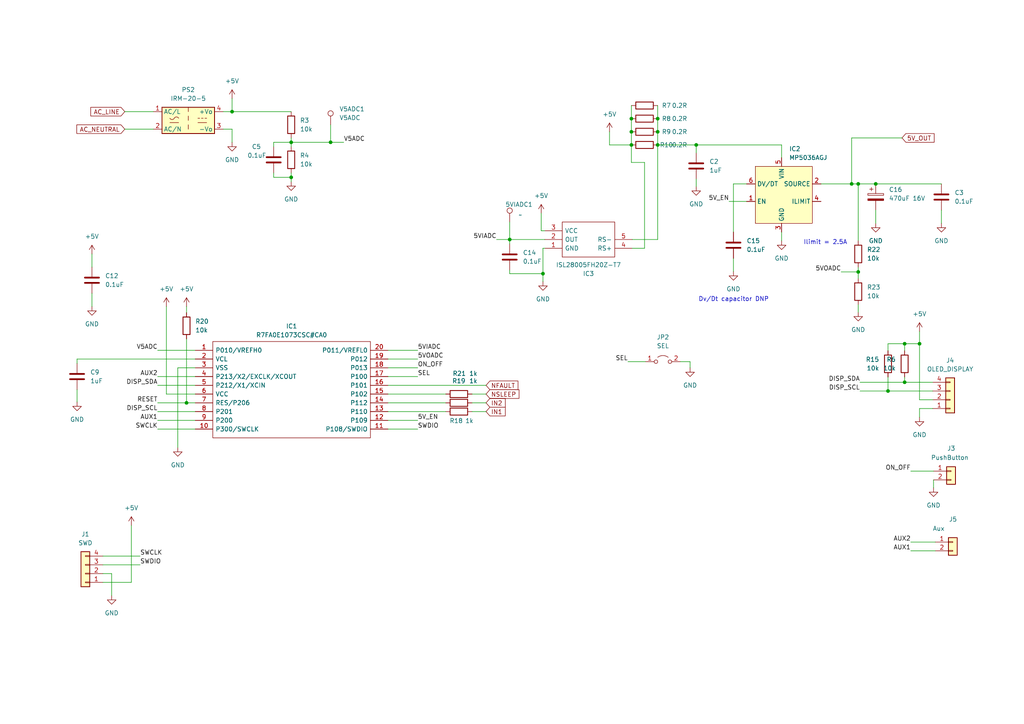
<source format=kicad_sch>
(kicad_sch (version 20230121) (generator eeschema)
  (paper "A4")
  (lib_symbols
    (symbol "Connector:TestPoint" (pin_numbers hide) (pin_names (offset 0.762) hide)
      (property "Reference" "TP" (at 0 6.858 0))
      (property "Value" "TestPoint" (at 0 5.08 0))
      (symbol "TestPoint_0_1"
        (circle (center 0 3.302) (radius 0.762))
      )
      (symbol "TestPoint_1_1"
        (pin passive line (at 0 0 90) (length 2.54) (name "1") (number "1"))
      )
    )
    (symbol "Connector_Generic:Conn_01x02" (pin_names (offset 1.016) hide)
      (property "Reference" "J" (at 0 2.54 0))
      (property "Value" "Conn_01x02" (at 0 -5.08 0))
      (symbol "Conn_01x02_1_1"
        (rectangle (start -1.27 -2.413) (end 0 -2.667) (stroke (width 0.1524)))
        (rectangle (start -1.27 0.127) (end 0 -0.127) (stroke (width 0.1524)))
        (rectangle (start -1.27 1.27) (end 1.27 -3.81) (stroke (width 0.254)) (fill (type background)))
        (pin passive line (at -5.08 0 0) (length 3.81) (name "Pin_1") (number "1"))
        (pin passive line (at -5.08 -2.54 0) (length 3.81) (name "Pin_2") (number "2"))
      )
    )
    (symbol "Connector_Generic:Conn_01x04" (pin_names (offset 1.016) hide)
      (property "Reference" "J" (at 0 5.08 0))
      (property "Value" "Conn_01x04" (at 0 -7.62 0))
      (symbol "Conn_01x04_1_1"
        (rectangle (start -1.27 -4.953) (end 0 -5.207) (stroke (width 0.1524)))
        (rectangle (start -1.27 -2.413) (end 0 -2.667) (stroke (width 0.1524)))
        (rectangle (start -1.27 0.127) (end 0 -0.127) (stroke (width 0.1524)))
        (rectangle (start -1.27 2.667) (end 0 2.413) (stroke (width 0.1524)))
        (rectangle (start -1.27 3.81) (end 1.27 -6.35) (stroke (width 0.254)) (fill (type background)))
        (pin passive line (at -5.08 2.54 0) (length 3.81) (name "Pin_1") (number "1"))
        (pin passive line (at -5.08 0 0) (length 3.81) (name "Pin_2") (number "2"))
        (pin passive line (at -5.08 -2.54 0) (length 3.81) (name "Pin_3") (number "3"))
        (pin passive line (at -5.08 -5.08 0) (length 3.81) (name "Pin_4") (number "4"))
      )
    )
    (symbol "Converter_ACDC:IRM-20-5"
      (property "Reference" "PS" (at 0 5.08 0))
      (property "Value" "IRM-20-5" (at 0 -5.08 0))
      (symbol "IRM-20-5_0_1"
        (rectangle (start -7.62 3.81) (end 7.62 -3.81) (stroke (width 0.254)) (fill (type background)))
        (arc (start -5.334 0.635) (mid -4.699 0.2495) (end -4.064 0.635))
        (arc (start -2.794 0.635) (mid -3.429 1.0072) (end -4.064 0.635))
        (polyline (pts (xy -5.334 -0.635) (xy -2.794 -0.635)))
        (polyline (pts (xy 0 -1.27) (xy 0 -2.54)))
        (polyline (pts (xy 0 1.27) (xy 0 0)))
        (polyline (pts (xy 0 3.81) (xy 0 2.54)))
        (polyline (pts (xy 2.794 -0.635) (xy 5.334 -0.635)))
        (polyline (pts (xy 2.794 0.635) (xy 3.302 0.635)))
        (polyline (pts (xy 3.81 0.635) (xy 4.318 0.635)))
        (polyline (pts (xy 4.826 0.635) (xy 5.334 0.635)))
      )
      (symbol "IRM-20-5_1_1"
        (pin power_in line (at -10.16 2.54 0) (length 2.54) (name "AC/L") (number "1"))
        (pin power_in line (at -10.16 -2.54 0) (length 2.54) (name "AC/N") (number "2"))
        (pin power_out line (at 10.16 -2.54 180) (length 2.54) (name "-Vo") (number "3"))
        (pin power_out line (at 10.16 2.54 180) (length 2.54) (name "+Vo") (number "4"))
      )
    )
    (symbol "DRV8874PWPR:MP5036"
      (property "Reference" "U" (at 1.27 1.27 0))
      (property "Value" "MP5036AGJ" (at 1.27 1.27 0))
      (symbol "MP5036_1_1"
        (rectangle (start 0 0) (end 16.51 -16.51) (fill (type background)))
        (pin input line (at -2.54 -10.16 0) (length 2.54) (name "EN") (number "1"))
        (pin power_out line (at 19.05 -5.08 180) (length 2.54) (name "SOURCE") (number "2"))
        (pin power_in line (at 7.62 -19.05 90) (length 2.54) (name "GND") (number "3"))
        (pin input line (at 19.05 -10.16 180) (length 2.54) (name "ILIMIT") (number "4"))
        (pin power_in line (at 7.62 2.54 270) (length 2.54) (name "VIN") (number "5"))
        (pin input line (at -2.54 -5.08 0) (length 2.54) (name "DV/DT") (number "6"))
      )
    )
    (symbol "Device:C" (pin_numbers hide) (pin_names (offset 0.254))
      (property "Reference" "C" (at 0.635 2.54 0))
      (property "Value" "C" (at 0.635 -2.54 0))
      (symbol "C_0_1"
        (polyline (pts (xy -2.032 -0.762) (xy 2.032 -0.762)) (stroke (width 0.508)))
        (polyline (pts (xy -2.032 0.762) (xy 2.032 0.762)) (stroke (width 0.508)))
      )
      (symbol "C_1_1"
        (pin passive line (at 0 3.81 270) (length 2.794) (name "~") (number "1"))
        (pin passive line (at 0 -3.81 90) (length 2.794) (name "~") (number "2"))
      )
    )
    (symbol "Device:C_Polarized" (pin_numbers hide) (pin_names (offset 0.254))
      (property "Reference" "C" (at 0.635 2.54 0))
      (property "Value" "C_Polarized" (at 0.635 -2.54 0))
      (symbol "C_Polarized_0_1"
        (rectangle (start -2.286 0.508) (end 2.286 1.016))
        (polyline (pts (xy -1.778 2.286) (xy -0.762 2.286)))
        (polyline (pts (xy -1.27 2.794) (xy -1.27 1.778)))
        (rectangle (start 2.286 -0.508) (end -2.286 -1.016) (fill (type outline)))
      )
      (symbol "C_Polarized_1_1"
        (pin passive line (at 0 3.81 270) (length 2.794) (name "~") (number "1"))
        (pin passive line (at 0 -3.81 90) (length 2.794) (name "~") (number "2"))
      )
    )
    (symbol "Device:R" (pin_numbers hide) (pin_names (offset 0))
      (property "Reference" "R" (at 2.032 0 90))
      (property "Value" "R" (at 0 0 90))
      (symbol "R_0_1"
        (rectangle (start -1.016 -2.54) (end 1.016 2.54) (stroke (width 0.254)))
      )
      (symbol "R_1_1"
        (pin passive line (at 0 3.81 270) (length 1.27) (name "~") (number "1"))
        (pin passive line (at 0 -3.81 90) (length 1.27) (name "~") (number "2"))
      )
    )
    (symbol "ISL28005FH20Z-T7:ISL28005FH20Z-T7" (pin_names (offset 0.762))
      (property "Reference" "IC" (at 21.59 7.62 0))
      (property "Value" "ISL28005FH20Z-T7" (at 21.59 5.08 0))
      (symbol "ISL28005FH20Z-T7_0_0"
        (pin passive line (at 0 0 0) (length 5.08) (name "GND") (number "1"))
        (pin passive line (at 0 -2.54 0) (length 5.08) (name "OUT") (number "2"))
        (pin passive line (at 0 -5.08 0) (length 5.08) (name "VCC") (number "3"))
        (pin passive line (at 25.4 0 180) (length 5.08) (name "RS+") (number "4"))
        (pin passive line (at 25.4 -2.54 180) (length 5.08) (name "RS-") (number "5"))
      )
      (symbol "ISL28005FH20Z-T7_0_1"
        (polyline (pts (xy 5.08 2.54) (xy 20.32 2.54) (xy 20.32 -7.62) (xy 5.08 -7.62) (xy 5.08 2.54)) (stroke (width 0.1524)))
      )
    )
    (symbol "Jumper:Jumper_2_Open" (pin_names (offset 0) hide)
      (property "Reference" "JP" (at 0 2.794 0))
      (property "Value" "Jumper_2_Open" (at 0 -2.286 0))
      (symbol "Jumper_2_Open_0_0"
        (circle (center -2.032 0) (radius 0.508))
        (circle (center 2.032 0) (radius 0.508))
      )
      (symbol "Jumper_2_Open_0_1"
        (arc (start 1.524 1.27) (mid 0 1.778) (end -1.524 1.27))
      )
      (symbol "Jumper_2_Open_1_1"
        (pin passive line (at -5.08 0 0) (length 2.54) (name "A") (number "1"))
        (pin passive line (at 5.08 0 180) (length 2.54) (name "B") (number "2"))
      )
    )
    (symbol "R7FA0E1073CSC#CA0:R7FA0E1073CSC#CA0" (pin_names (offset 0.762))
      (property "Reference" "IC" (at 52.07 7.62 0))
      (property "Value" "R7FA0E1073CSC#CA0" (at 52.07 5.08 0))
      (symbol "R7FA0E1073CSC#CA0_0_0"
        (pin passive line (at 0 0 0) (length 5.08) (name "P010/VREFH0") (number "1"))
        (pin passive line (at 0 -22.86 0) (length 5.08) (name "P300/SWCLK") (number "10"))
        (pin passive line (at 55.88 -22.86 180) (length 5.08) (name "P108/SWDIO") (number "11"))
        (pin passive line (at 55.88 -20.32 180) (length 5.08) (name "P109") (number "12"))
        (pin passive line (at 55.88 -17.78 180) (length 5.08) (name "P110") (number "13"))
        (pin passive line (at 55.88 -15.24 180) (length 5.08) (name "P112") (number "14"))
        (pin passive line (at 55.88 -12.7 180) (length 5.08) (name "P102") (number "15"))
        (pin passive line (at 55.88 -10.16 180) (length 5.08) (name "P101") (number "16"))
        (pin passive line (at 55.88 -7.62 180) (length 5.08) (name "P100") (number "17"))
        (pin passive line (at 55.88 -5.08 180) (length 5.08) (name "P013") (number "18"))
        (pin passive line (at 55.88 -2.54 180) (length 5.08) (name "P012") (number "19"))
        (pin passive line (at 0 -2.54 0) (length 5.08) (name "VCL") (number "2"))
        (pin passive line (at 55.88 0 180) (length 5.08) (name "P011/VREFL0") (number "20"))
        (pin passive line (at 0 -5.08 0) (length 5.08) (name "VSS") (number "3"))
        (pin passive line (at 0 -7.62 0) (length 5.08) (name "P213/X2/EXCLK/XCOUT") (number "4"))
        (pin passive line (at 0 -10.16 0) (length 5.08) (name "P212/X1/XCIN") (number "5"))
        (pin passive line (at 0 -12.7 0) (length 5.08) (name "VCC") (number "6"))
        (pin passive line (at 0 -15.24 0) (length 5.08) (name "RES/P206") (number "7"))
        (pin passive line (at 0 -17.78 0) (length 5.08) (name "P201") (number "8"))
        (pin passive line (at 0 -20.32 0) (length 5.08) (name "P200") (number "9"))
      )
      (symbol "R7FA0E1073CSC#CA0_0_1"
        (polyline (pts (xy 5.08 2.54) (xy 50.8 2.54) (xy 50.8 -25.4) (xy 5.08 -25.4) (xy 5.08 2.54)) (stroke (width 0.1524)))
      )
    )
    (symbol "power:+5V" (power) (pin_names (offset 0))
      (property "Value" "+5V" (at 0 3.556 0))
      (symbol "+5V_0_1"
        (polyline (pts (xy -0.762 1.27) (xy 0 2.54)))
        (polyline (pts (xy 0 0) (xy 0 2.54)))
        (polyline (pts (xy 0 2.54) (xy 0.762 1.27)))
      )
      (symbol "+5V_1_1"
        (pin power_in line (at 0 0 90) (length 0) hide (name "+5V") (number "1"))
      )
    )
    (symbol "power:GND" (power) (pin_names (offset 0))
      (property "Value" "GND" (at 0 -3.81 0))
      (symbol "GND_0_1"
        (polyline (pts (xy 0 0) (xy 0 -1.27) (xy 1.27 -1.27) (xy 0 -2.54) (xy -1.27 -1.27) (xy 0 -1.27)))
      )
      (symbol "GND_1_1"
        (pin power_in line (at 0 0 270) (length 0) hide (name "GND") (number "1"))
      )
    )
  )
  (junction (at 54.102 116.84))
  (junction (at 262.382 110.871))
  (junction (at 67.31 32.385))
  (junction (at 248.92 78.867))
  (junction (at 190.754 42.037))
  (junction (at 201.93 42.037))
  (junction (at 257.556 113.411))
  (junction (at 183.134 34.417))
  (junction (at 262.382 99.695))
  (junction (at 248.92 53.34))
  (junction (at 266.7 99.695))
  (junction (at 183.134 42.037))
  (junction (at 183.134 38.227))
  (junction (at 84.455 41.275))
  (junction (at 254 53.34))
  (junction (at 84.455 51.435))
  (junction (at 190.754 38.227))
  (junction (at 147.828 69.469))
  (junction (at 247.015 53.34))
  (junction (at 190.754 34.417))
  (junction (at 157.48 79.375))
  (junction (at 95.885 41.275))
  (wire (pts (xy 273.05 60.96) (xy 273.05 64.77)))
  (wire (pts (xy 157.48 72.009) (xy 157.48 79.375)))
  (wire (pts (xy 190.754 38.227) (xy 190.754 42.037)))
  (wire (pts (xy 262.382 110.871) (xy 249.428 110.871)))
  (wire (pts (xy 270.51 110.871) (xy 262.382 110.871)))
  (wire (pts (xy 84.455 40.005) (xy 84.455 41.275)))
  (wire (pts (xy 54.102 88.9) (xy 54.102 90.678)))
  (wire (pts (xy 67.31 32.385) (xy 84.455 32.385)))
  (wire (pts (xy 45.72 116.84) (xy 54.102 116.84)))
  (wire (pts (xy 79.375 51.435) (xy 84.455 51.435)))
  (wire (pts (xy 54.102 116.84) (xy 56.642 116.84)))
  (wire (pts (xy 201.93 51.943) (xy 201.93 54.102)))
  (wire (pts (xy 270.51 115.951) (xy 266.7 115.951)))
  (wire (pts (xy 238.125 53.34) (xy 247.015 53.34)))
  (wire (pts (xy 270.764 139.192) (xy 270.764 141.478)))
  (wire (pts (xy 157.988 66.929) (xy 156.972 66.929)))
  (wire (pts (xy 45.72 109.22) (xy 56.642 109.22)))
  (wire (pts (xy 51.562 106.68) (xy 51.562 129.794)))
  (wire (pts (xy 112.522 101.6) (xy 121.158 101.6)))
  (wire (pts (xy 45.72 121.92) (xy 56.642 121.92)))
  (wire (pts (xy 226.695 42.037) (xy 201.93 42.037)))
  (wire (pts (xy 26.67 85.09) (xy 26.67 88.9)))
  (wire (pts (xy 56.642 106.68) (xy 51.562 106.68)))
  (wire (pts (xy 182.118 104.902) (xy 187.198 104.902)))
  (wire (pts (xy 212.725 53.34) (xy 216.535 53.34)))
  (wire (pts (xy 26.67 73.66) (xy 26.67 77.47)))
  (wire (pts (xy 257.556 113.411) (xy 249.428 113.411)))
  (wire (pts (xy 22.352 104.14) (xy 22.352 105.41)))
  (wire (pts (xy 243.967 78.867) (xy 248.92 78.867)))
  (wire (pts (xy 84.455 41.275) (xy 84.455 42.545)))
  (wire (pts (xy 22.352 104.14) (xy 56.642 104.14)))
  (wire (pts (xy 248.92 78.867) (xy 248.92 77.47)))
  (wire (pts (xy 29.845 163.83) (xy 40.64 163.83)))
  (wire (pts (xy 36.195 32.385) (xy 44.45 32.385)))
  (wire (pts (xy 262.382 109.347) (xy 262.382 110.871)))
  (wire (pts (xy 136.906 114.3) (xy 140.97 114.3)))
  (wire (pts (xy 226.695 45.72) (xy 226.695 42.037)))
  (wire (pts (xy 176.784 42.037) (xy 183.134 42.037)))
  (wire (pts (xy 186.944 72.009) (xy 183.388 72.009)))
  (wire (pts (xy 95.885 41.275) (xy 99.695 41.275)))
  (wire (pts (xy 147.828 79.375) (xy 147.828 78.359)))
  (wire (pts (xy 112.522 109.22) (xy 121.158 109.22)))
  (wire (pts (xy 112.522 124.46) (xy 121.158 124.46)))
  (wire (pts (xy 212.725 74.93) (xy 212.725 78.74)))
  (wire (pts (xy 254 53.34) (xy 273.05 53.34)))
  (wire (pts (xy 84.455 51.435) (xy 84.455 52.705)))
  (wire (pts (xy 183.134 30.607) (xy 183.134 34.417)))
  (wire (pts (xy 190.754 42.037) (xy 190.754 69.469)))
  (wire (pts (xy 257.556 109.347) (xy 257.556 113.411)))
  (wire (pts (xy 147.828 69.469) (xy 147.828 70.739)))
  (wire (pts (xy 147.828 64.389) (xy 147.828 69.469)))
  (wire (pts (xy 262.382 99.695) (xy 266.7 99.695)))
  (wire (pts (xy 248.92 80.772) (xy 248.92 78.867)))
  (wire (pts (xy 36.195 37.465) (xy 44.45 37.465)))
  (wire (pts (xy 79.375 41.275) (xy 84.455 41.275)))
  (wire (pts (xy 190.754 34.417) (xy 190.754 38.227)))
  (wire (pts (xy 176.784 38.227) (xy 176.784 42.037)))
  (wire (pts (xy 226.695 67.31) (xy 226.695 69.85)))
  (wire (pts (xy 29.845 161.29) (xy 40.64 161.29)))
  (wire (pts (xy 156.972 66.929) (xy 156.972 61.849)))
  (wire (pts (xy 270.51 118.491) (xy 266.7 118.491)))
  (wire (pts (xy 264.16 136.652) (xy 270.764 136.652)))
  (wire (pts (xy 157.48 79.375) (xy 157.48 81.661)))
  (wire (pts (xy 95.885 36.195) (xy 95.885 41.275)))
  (wire (pts (xy 112.522 119.38) (xy 129.286 119.38)))
  (wire (pts (xy 32.385 166.37) (xy 32.385 172.72)))
  (wire (pts (xy 186.944 47.117) (xy 186.944 72.009)))
  (wire (pts (xy 112.522 104.14) (xy 121.158 104.14)))
  (wire (pts (xy 183.134 38.227) (xy 183.134 42.037)))
  (wire (pts (xy 22.352 113.03) (xy 22.352 116.586)))
  (wire (pts (xy 67.31 37.465) (xy 67.31 41.275)))
  (wire (pts (xy 254 60.96) (xy 254 64.77)))
  (wire (pts (xy 112.522 121.92) (xy 121.158 121.92)))
  (wire (pts (xy 29.845 166.37) (xy 32.385 166.37)))
  (wire (pts (xy 261.62 40.005) (xy 247.015 40.005)))
  (wire (pts (xy 247.015 40.005) (xy 247.015 53.34)))
  (wire (pts (xy 48.26 88.9) (xy 48.26 114.3)))
  (wire (pts (xy 112.522 114.3) (xy 129.286 114.3)))
  (wire (pts (xy 38.1 168.91) (xy 29.845 168.91)))
  (wire (pts (xy 201.93 42.037) (xy 190.754 42.037)))
  (wire (pts (xy 112.522 106.68) (xy 121.158 106.68)))
  (wire (pts (xy 264.16 159.766) (xy 271.272 159.766)))
  (wire (pts (xy 64.77 37.465) (xy 67.31 37.465)))
  (wire (pts (xy 200.152 104.902) (xy 200.152 106.68)))
  (wire (pts (xy 136.906 119.38) (xy 140.97 119.38)))
  (wire (pts (xy 183.134 47.117) (xy 186.944 47.117)))
  (wire (pts (xy 262.382 101.727) (xy 262.382 99.695)))
  (wire (pts (xy 38.1 152.4) (xy 38.1 168.91)))
  (wire (pts (xy 270.51 113.411) (xy 257.556 113.411)))
  (wire (pts (xy 257.556 99.695) (xy 262.382 99.695)))
  (wire (pts (xy 266.7 118.491) (xy 266.7 121.031)))
  (wire (pts (xy 248.92 53.34) (xy 254 53.34)))
  (wire (pts (xy 79.375 51.435) (xy 79.375 50.165)))
  (wire (pts (xy 212.725 67.31) (xy 212.725 53.34)))
  (wire (pts (xy 56.642 114.3) (xy 48.26 114.3)))
  (wire (pts (xy 190.754 30.607) (xy 190.754 34.417)))
  (wire (pts (xy 45.72 124.46) (xy 56.642 124.46)))
  (wire (pts (xy 266.7 115.951) (xy 266.7 99.695)))
  (wire (pts (xy 183.134 42.037) (xy 183.134 47.117)))
  (wire (pts (xy 54.102 98.298) (xy 54.102 116.84)))
  (wire (pts (xy 197.358 104.902) (xy 200.152 104.902)))
  (wire (pts (xy 79.375 42.545) (xy 79.375 41.275)))
  (wire (pts (xy 144.018 69.469) (xy 147.828 69.469)))
  (wire (pts (xy 157.988 72.009) (xy 157.48 72.009)))
  (wire (pts (xy 264.16 157.226) (xy 271.272 157.226)))
  (wire (pts (xy 248.92 69.85) (xy 248.92 53.34)))
  (wire (pts (xy 257.556 101.727) (xy 257.556 99.695)))
  (wire (pts (xy 84.455 51.435) (xy 84.455 50.165)))
  (wire (pts (xy 112.522 111.76) (xy 140.97 111.76)))
  (wire (pts (xy 147.828 69.469) (xy 157.988 69.469)))
  (wire (pts (xy 183.134 34.417) (xy 183.134 38.227)))
  (wire (pts (xy 67.31 32.385) (xy 67.31 28.575)))
  (wire (pts (xy 45.72 119.38) (xy 56.642 119.38)))
  (wire (pts (xy 84.455 41.275) (xy 95.885 41.275)))
  (wire (pts (xy 266.7 99.695) (xy 266.7 96.139)))
  (wire (pts (xy 45.72 101.6) (xy 56.642 101.6)))
  (wire (pts (xy 248.92 88.392) (xy 248.92 90.551)))
  (wire (pts (xy 201.93 42.037) (xy 201.93 44.323)))
  (wire (pts (xy 248.92 53.34) (xy 247.015 53.34)))
  (wire (pts (xy 64.77 32.385) (xy 67.31 32.385)))
  (wire (pts (xy 157.48 79.375) (xy 147.828 79.375)))
  (wire (pts (xy 136.906 116.84) (xy 140.97 116.84)))
  (wire (pts (xy 211.455 58.42) (xy 216.535 58.42)))
  (wire (pts (xy 190.754 69.469) (xy 183.388 69.469)))
  (wire (pts (xy 112.522 116.84) (xy 129.286 116.84)))
  (wire (pts (xy 45.72 111.76) (xy 56.642 111.76)))
  (text "Dv/Dt capacitor DNP" (at 202.565 87.63 0) (effects (font (size 1.27 1.27)) (justify left bottom)))
  (text "Ilimit = 2.5A" (at 233.045 71.12 0) (effects (font (size 1.27 1.27)) (justify left bottom)))
  (label "SEL" (at 182.118 104.902 180))
  (label "SWDIO" (at 121.158 124.46 0))
  (label "SWCLK" (at 45.72 124.46 180))
  (label "AUX1" (at 45.72 121.92 180))
  (label "AUX1" (at 264.16 159.766 180))
  (label "5VOADC" (at 243.967 78.867 180))
  (label "5V_EN" (at 211.455 58.42 180))
  (label "DISP_SCL" (at 45.72 119.38 180))
  (label "ON_OFF" (at 264.16 136.652 180))
  (label "SWCLK" (at 40.64 161.29 0))
  (label "RESET" (at 45.72 116.84 180))
  (label "DISP_SCL" (at 249.428 113.411 180))
  (label "5VIADC" (at 121.158 101.6 0))
  (label "5VIADC" (at 144.018 69.469 180))
  (label "SWDIO" (at 40.64 163.83 0))
  (label "5V_EN" (at 121.158 121.92 0))
  (label "5VOADC" (at 121.158 104.14 0))
  (label "V5ADC" (at 99.695 41.275 0))
  (label "V5ADC" (at 45.72 101.6 180))
  (label "DISP_SDA" (at 249.428 110.871 180))
  (label "SEL" (at 121.158 109.22 0))
  (label "DISP_SDA" (at 45.72 111.76 180))
  (label "AUX2" (at 45.72 109.22 180))
  (label "ON_OFF" (at 121.158 106.68 0))
  (label "AUX2" (at 264.16 157.226 180))
  (global_label "NFAULT" (shape input) (at 140.97 111.76 0) (property "Intersheetrefs" "${INTERSHEET_REFS}" (effects hide)))
  (global_label "AC_NEUTRAL" (shape input) (at 36.195 37.465 180) (property "Intersheetrefs" "${INTERSHEET_REFS}" (effects hide)))
  (global_label "IN1" (shape input) (at 140.97 119.38 0) (property "Intersheetrefs" "${INTERSHEET_REFS}" (effects hide)))
  (global_label "NSLEEP" (shape input) (at 140.97 114.3 0) (property "Intersheetrefs" "${INTERSHEET_REFS}" (effects hide)))
  (global_label "5V_OUT" (shape input) (at 261.62 40.005 0) (property "Intersheetrefs" "${INTERSHEET_REFS}" (effects hide)))
  (global_label "AC_LINE" (shape input) (at 36.195 32.385 180) (property "Intersheetrefs" "${INTERSHEET_REFS}" (effects hide)))
  (global_label "IN2" (shape input) (at 140.97 116.84 0) (property "Intersheetrefs" "${INTERSHEET_REFS}" (effects hide)))
  (symbol (lib_id "power:GND") (at 32.385 172.72 0) (unit 1)
    (property "Reference" "#PWR06" (effects hide))
    (property "Value" "GND" (at 32.385 177.8 0))
  )
  (symbol (lib_id "power:+5V") (at 38.1 152.4 0) (unit 1)
    (property "Reference" "#PWR020" (effects hide))
    (property "Value" "+5V" (at 38.1 147.32 0))
  )
  (symbol (lib_id "Device:R") (at 186.944 42.037 90) (unit 1)
    (property "Reference" "R10" (at 193.294 42.037 90))
    (property "Value" "0.2R" (at 197.104 42.037 90))
    (property "Footprint" "Resistor_SMD:R_1206_3216Metric_Pad1.30x1.75mm_HandSolder" (effects hide))
  )
  (symbol (lib_id "Connector:TestPoint") (at 147.828 64.389 0) (unit 1)
    (property "Reference" "5VIADC1" (at 146.558 59.309 0) (effects (justify left)))
    (property "Value" "~" (at 150.368 62.357 0) (effects (justify left)))
    (property "Footprint" "TestPoint:TestPoint_Pad_D1.0mm" (effects hide))
  )
  (symbol (lib_id "power:GND") (at 270.764 141.478 0) (mirror y) (unit 1)
    (property "Reference" "#PWR037" (effects hide))
    (property "Value" "GND" (at 270.764 146.558 0))
  )
  (symbol (lib_id "power:GND") (at 67.31 41.275 0) (unit 1)
    (property "Reference" "#PWR03" (effects hide))
    (property "Value" "GND" (at 67.31 46.355 0))
  )
  (symbol (lib_id "power:+5V") (at 156.972 61.849 0) (unit 1)
    (property "Reference" "#PWR013" (effects hide))
    (property "Value" "+5V" (at 156.972 56.769 0))
  )
  (symbol (lib_id "R7FA0E1073CSC#CA0:R7FA0E1073CSC#CA0") (at 56.642 101.6 0) (unit 1)
    (property "Reference" "IC1" (at 84.582 94.615 0))
    (property "Value" "R7FA0E1073CSC#CA0" (at 84.582 97.155 0))
    (property "Footprint" "Package_SO:SSOP-20_4.4x6.5mm_P0.65mm" (effects hide))
    (property "Datasheet" "https://www.renesas.com/us/en/products/microcontrollers-microprocessors/ra-cortex-m-mcus/ra0e1-32mhz-arm-cortex-m23-entry-level-ultra-low-power-general-purpose-microcontroller" (effects hide))
    (property "Description" "The RA0E1 group is a basic, simple MCU in the entry line of the RA0 series, offering excellent cost effectiveness and ultra-low power consumption. It delivers up to 32MHz of CPU performance using an Arm Cortex-M23 core with up to 64KB of embedded flash memory and a wide supply voltage range from 1.6V to 5.5V. The RA0 series is ideal for cost-sensitive applications such as low power and lower cost for consumer electronics, system control for small appliances, industrial system control and building automation" (effects hide))
    (property "Height" "1.45" (effects hide))
    (property "Manufacturer_Name" "Renesas Electronics" (effects hide))
    (property "Manufacturer_Part_Number" "R7FA0E1073CSC#CA0" (effects hide))
  )
  (symbol (lib_id "DRV8874PWPR:MP5036") (at 219.075 48.26 0) (unit 1)
    (property "Reference" "IC2" (at 228.8891 43.18 0) (effects (justify left)))
    (property "Value" "MP5036AGJ" (at 228.8891 45.72 0) (effects (justify left)))
    (property "Footprint" "Package_TO_SOT_SMD:SOT-23-6_Handsoldering" (effects hide))
  )
  (symbol (lib_id "Connector_Generic:Conn_01x02") (at 276.352 157.226 0) (unit 1)
    (property "Reference" "J5" (at 275.209 150.622 0) (effects (justify left)))
    (property "Value" "Aux" (at 270.51 153.289 0) (effects (justify left)))
    (property "Footprint" "Connector_PinHeader_2.54mm:PinHeader_1x02_P2.54mm_Vertical" (effects hide))
  )
  (symbol (lib_id "power:GND") (at 248.92 90.551 0) (unit 1)
    (property "Reference" "#PWR033" (effects hide))
    (property "Value" "GND" (at 248.92 95.631 0))
  )
  (symbol (lib_id "Device:C_Polarized") (at 254 57.15 0) (unit 1)
    (property "Reference" "C16" (at 257.81 54.991 0) (effects (justify left)))
    (property "Value" "470uF 16V" (at 257.81 57.531 0) (effects (justify left)))
    (property "Footprint" "Capacitor_THT:CP_Radial_D6.3mm_P2.50mm" (effects hide))
  )
  (symbol (lib_id "power:GND") (at 212.725 78.74 0) (unit 1)
    (property "Reference" "#PWR034" (effects hide))
    (property "Value" "GND" (at 212.725 83.82 0))
  )
  (symbol (lib_id "power:GND") (at 266.7 121.031 0) (mirror y) (unit 1)
    (property "Reference" "#PWR015" (effects hide))
    (property "Value" "GND" (at 266.7 126.111 0))
  )
  (symbol (lib_id "power:GND") (at 200.152 106.68 0) (mirror y) (unit 1)
    (property "Reference" "#PWR043" (effects hide))
    (property "Value" "GND" (at 200.152 111.76 0))
  )
  (symbol (lib_id "Connector_Generic:Conn_01x04") (at 275.59 115.951 0) (mirror x) (unit 1)
    (property "Reference" "J4" (at 275.59 104.521 0))
    (property "Value" "OLED_DISPLAY" (at 275.59 107.061 0))
    (property "Footprint" "Connector_PinHeader_2.54mm:PinHeader_1x04_P2.54mm_Vertical" (effects hide))
  )
  (symbol (lib_id "Device:R") (at 257.556 105.537 0) (mirror y) (unit 1)
    (property "Reference" "R15" (at 255.016 104.267 0) (effects (justify left)))
    (property "Value" "10k" (at 255.016 106.807 0) (effects (justify left)))
    (property "Footprint" "Resistor_SMD:R_0805_2012Metric_Pad1.20x1.40mm_HandSolder" (effects hide))
  )
  (symbol (lib_id "power:+5V") (at 48.26 88.9 0) (unit 1)
    (property "Reference" "#PWR05" (effects hide))
    (property "Value" "+5V" (at 48.26 83.82 0))
  )
  (symbol (lib_id "Device:C") (at 79.375 46.355 180) (unit 1)
    (property "Reference" "C5" (at 73.025 42.545 0) (effects (justify right)))
    (property "Value" "0.1uF" (at 71.755 45.085 0) (effects (justify right)))
    (property "Footprint" "Capacitor_SMD:C_0805_2012Metric_Pad1.18x1.45mm_HandSolder" (effects hide))
  )
  (symbol (lib_id "Device:R") (at 248.92 73.66 0) (unit 1)
    (property "Reference" "R22" (at 251.46 72.39 0) (effects (justify left)))
    (property "Value" "10k" (at 251.46 74.93 0) (effects (justify left)))
    (property "Footprint" "Resistor_SMD:R_0805_2012Metric_Pad1.20x1.40mm_HandSolder" (effects hide))
  )
  (symbol (lib_id "Connector_Generic:Conn_01x04") (at 24.765 166.37 180) (unit 1)
    (property "Reference" "J1" (at 24.765 154.94 0))
    (property "Value" "SWD" (at 24.765 157.48 0))
    (property "Footprint" "Connector_PinHeader_2.54mm:PinHeader_1x04_P2.54mm_Vertical" (effects hide))
  )
  (symbol (lib_id "Device:C") (at 26.67 81.28 180) (unit 1)
    (property "Reference" "C12" (at 30.48 80.01 0) (effects (justify right)))
    (property "Value" "0.1uF" (at 30.48 82.55 0) (effects (justify right)))
    (property "Footprint" "Capacitor_SMD:C_0805_2012Metric_Pad1.18x1.45mm_HandSolder" (effects hide))
  )
  (symbol (lib_id "Jumper:Jumper_2_Open") (at 192.278 104.902 0) (unit 1)
    (property "Reference" "JP2" (at 192.278 97.79 0))
    (property "Value" "SEL" (at 192.278 100.33 0))
    (property "Footprint" "Connector_PinHeader_2.54mm:PinHeader_1x02_P2.54mm_Vertical" (effects hide))
  )
  (symbol (lib_id "Connector_Generic:Conn_01x02") (at 275.844 136.652 0) (unit 1)
    (property "Reference" "J3" (at 274.701 130.048 0) (effects (justify left)))
    (property "Value" "PushButton" (at 270.002 132.715 0) (effects (justify left)))
    (property "Footprint" "Connector_PinHeader_2.54mm:PinHeader_1x02_P2.54mm_Vertical" (effects hide))
  )
  (symbol (lib_id "Device:C") (at 147.828 74.549 180) (unit 1)
    (property "Reference" "C14" (at 151.638 73.279 0) (effects (justify right)))
    (property "Value" "0.1uF" (at 151.638 75.819 0) (effects (justify right)))
    (property "Footprint" "Capacitor_SMD:C_0805_2012Metric_Pad1.18x1.45mm_HandSolder" (effects hide))
  )
  (symbol (lib_id "power:GND") (at 84.455 52.705 0) (unit 1)
    (property "Reference" "#PWR023" (effects hide))
    (property "Value" "GND" (at 84.455 57.785 0))
  )
  (symbol (lib_id "Converter_ACDC:IRM-20-5") (at 54.61 34.925 0) (unit 1)
    (property "Reference" "PS2" (at 54.61 26.035 0))
    (property "Value" "IRM-20-5" (at 54.61 28.575 0))
    (property "Footprint" "Converter_ACDC:Converter_ACDC_MeanWell_IRM-20-xx_THT" (effects hide))
    (property "Datasheet" "http://www.meanwell.com/Upload/PDF/IRM-20/IRM-20-SPEC.PDF" (effects hide))
  )
  (symbol (lib_id "Device:R") (at 54.102 94.488 0) (unit 1)
    (property "Reference" "R20" (at 56.642 93.218 0) (effects (justify left)))
    (property "Value" "10k" (at 56.642 95.758 0) (effects (justify left)))
    (property "Footprint" "Resistor_SMD:R_0805_2012Metric_Pad1.20x1.40mm_HandSolder" (effects hide))
  )
  (symbol (lib_id "Device:R") (at 133.096 116.84 90) (unit 1)
    (property "Reference" "R19" (at 133.096 110.49 90))
    (property "Value" "1k" (at 137.287 110.49 90))
    (property "Footprint" "Resistor_SMD:R_0805_2012Metric_Pad1.20x1.40mm_HandSolder" (effects hide))
  )
  (symbol (lib_id "Device:C") (at 273.05 57.15 180) (unit 1)
    (property "Reference" "C3" (at 276.86 55.88 0) (effects (justify right)))
    (property "Value" "0.1uF" (at 276.86 58.42 0) (effects (justify right)))
    (property "Footprint" "Capacitor_SMD:C_0805_2012Metric_Pad1.18x1.45mm_HandSolder" (effects hide))
  )
  (symbol (lib_id "Connector:TestPoint") (at 95.885 36.195 0) (unit 1)
    (property "Reference" "V5ADC1" (at 98.425 31.623 0) (effects (justify left)))
    (property "Value" "V5ADC" (at 98.425 34.163 0) (effects (justify left)))
    (property "Footprint" "TestPoint:TestPoint_Pad_D1.0mm" (effects hide))
  )
  (symbol (lib_id "power:GND") (at 22.352 116.586 0) (unit 1)
    (property "Reference" "#PWR012" (effects hide))
    (property "Value" "GND" (at 22.352 121.666 0))
  )
  (symbol (lib_id "power:+5V") (at 54.102 88.9 0) (unit 1)
    (property "Reference" "#PWR010" (effects hide))
    (property "Value" "+5V" (at 54.102 83.82 0))
  )
  (symbol (lib_id "Device:R") (at 84.455 36.195 0) (unit 1)
    (property "Reference" "R3" (at 86.995 34.925 0) (effects (justify left)))
    (property "Value" "10k" (at 86.995 37.465 0) (effects (justify left)))
    (property "Footprint" "Resistor_SMD:R_0805_2012Metric_Pad1.20x1.40mm_HandSolder" (effects hide))
  )
  (symbol (lib_id "Device:R") (at 133.096 119.38 90) (unit 1)
    (property "Reference" "R18" (at 132.334 122.047 90))
    (property "Value" "1k" (at 136.144 122.047 90))
    (property "Footprint" "Resistor_SMD:R_0805_2012Metric_Pad1.20x1.40mm_HandSolder" (effects hide))
  )
  (symbol (lib_id "Device:C") (at 22.352 109.22 180) (unit 1)
    (property "Reference" "C9" (at 26.162 107.95 0) (effects (justify right)))
    (property "Value" "1uF" (at 26.162 110.49 0) (effects (justify right)))
    (property "Footprint" "Capacitor_SMD:C_0805_2012Metric_Pad1.18x1.45mm_HandSolder" (effects hide))
  )
  (symbol (lib_id "power:GND") (at 157.48 81.661 0) (unit 1)
    (property "Reference" "#PWR018" (effects hide))
    (property "Value" "GND" (at 157.48 86.741 0))
  )
  (symbol (lib_id "power:+5V") (at 266.7 96.139 0) (mirror y) (unit 1)
    (property "Reference" "#PWR019" (effects hide))
    (property "Value" "+5V" (at 266.7 91.059 0))
  )
  (symbol (lib_id "Device:C") (at 212.725 71.12 180) (unit 1)
    (property "Reference" "C15" (at 216.535 69.85 0) (effects (justify right)))
    (property "Value" "0.1uF" (at 216.535 72.39 0) (effects (justify right)))
    (property "Footprint" "Capacitor_SMD:C_0805_2012Metric_Pad1.18x1.45mm_HandSolder" (effects hide))
  )
  (symbol (lib_id "Device:R") (at 84.455 46.355 0) (unit 1)
    (property "Reference" "R4" (at 86.995 45.085 0) (effects (justify left)))
    (property "Value" "10k" (at 86.995 47.625 0) (effects (justify left)))
    (property "Footprint" "Resistor_SMD:R_0805_2012Metric_Pad1.20x1.40mm_HandSolder" (effects hide))
  )
  (symbol (lib_id "power:GND") (at 201.93 54.102 0) (unit 1)
    (property "Reference" "#PWR036" (effects hide))
    (property "Value" "GND" (at 201.93 59.182 0))
  )
  (symbol (lib_id "power:GND") (at 226.695 69.85 0) (unit 1)
    (property "Reference" "#PWR035" (effects hide))
    (property "Value" "GND" (at 226.695 74.93 0))
  )
  (symbol (lib_id "power:GND") (at 254 64.77 0) (unit 1)
    (property "Reference" "#PWR042" (effects hide))
    (property "Value" "GND" (at 254 69.85 0))
  )
  (symbol (lib_id "Device:C") (at 201.93 48.133 180) (unit 1)
    (property "Reference" "C2" (at 205.74 46.863 0) (effects (justify right)))
    (property "Value" "1uF" (at 205.74 49.403 0) (effects (justify right)))
    (property "Footprint" "Capacitor_SMD:C_0805_2012Metric_Pad1.18x1.45mm_HandSolder" (effects hide))
  )
  (symbol (lib_id "Device:R") (at 186.944 34.417 90) (unit 1)
    (property "Reference" "R8" (at 193.294 34.417 90))
    (property "Value" "0.2R" (at 197.104 34.417 90))
    (property "Footprint" "Resistor_SMD:R_1206_3216Metric_Pad1.30x1.75mm_HandSolder" (effects hide))
  )
  (symbol (lib_id "power:GND") (at 51.562 129.794 0) (unit 1)
    (property "Reference" "#PWR07" (effects hide))
    (property "Value" "GND" (at 51.562 134.874 0))
  )
  (symbol (lib_id "Device:R") (at 133.096 114.3 90) (unit 1)
    (property "Reference" "R21" (at 133.223 108.331 90))
    (property "Value" "1k" (at 137.287 108.331 90))
    (property "Footprint" "Resistor_SMD:R_0805_2012Metric_Pad1.20x1.40mm_HandSolder" (effects hide))
  )
  (symbol (lib_id "Device:R") (at 262.382 105.537 0) (mirror y) (unit 1)
    (property "Reference" "R6" (at 259.842 104.267 0) (effects (justify left)))
    (property "Value" "10k" (at 259.842 106.807 0) (effects (justify left)))
    (property "Footprint" "Resistor_SMD:R_0805_2012Metric_Pad1.20x1.40mm_HandSolder" (effects hide))
  )
  (symbol (lib_id "Device:R") (at 248.92 84.582 0) (unit 1)
    (property "Reference" "R23" (at 251.46 83.312 0) (effects (justify left)))
    (property "Value" "10k" (at 251.46 85.852 0) (effects (justify left)))
    (property "Footprint" "Resistor_SMD:R_0805_2012Metric_Pad1.20x1.40mm_HandSolder" (effects hide))
  )
  (symbol (lib_id "ISL28005FH20Z-T7:ISL28005FH20Z-T7") (at 157.988 72.009 0) (mirror x) (unit 1)
    (property "Reference" "IC3" (at 170.688 79.375 0))
    (property "Value" "ISL28005FH20Z-T7" (at 170.688 76.835 0))
    (property "Footprint" "Package_TO_SOT_SMD:SOT-23-5_HandSoldering" (effects hide))
    (property "Datasheet" "https://www.renesas.com/en-us/www/doc/datasheet/isl28005.pdf" (effects hide))
    (property "Description" "The ISL28005 is a micropower, uni-directional high-side and low-side current sense amplifier featuring a proprietary rail-to-rail input current sensing amplifier. The ISL28005 is ideal for high-side current sense applications where the sense voltage is usually much higher than the amplifier supply voltage. The device can be used to sense voltages as high as 28V when operating from a supply voltage as low as 2. 7V. The micropower ISL28005 consumes only 50A of supply current when operating from a 2. 7V to 28" (effects hide))
    (property "Height" "1.45" (effects hide))
    (property "Manufacturer_Name" "Renesas Electronics" (effects hide))
    (property "Manufacturer_Part_Number" "ISL28005FH20Z-T7" (effects hide))
    (property "Mouser Part Number" "968-ISL28005FH20Z-T7" (effects hide))
    (property "Mouser Price/Stock" "https://www.mouser.com/Search/Refine.aspx?Keyword=968-ISL28005FH20Z-T7" (effects hide))
  )
  (symbol (lib_id "power:GND") (at 273.05 64.77 0) (unit 1)
    (property "Reference" "#PWR024" (effects hide))
    (property "Value" "GND" (at 273.05 69.85 0))
  )
  (symbol (lib_id "Device:R") (at 186.944 38.227 90) (unit 1)
    (property "Reference" "R9" (at 193.294 38.227 90))
    (property "Value" "0.2R" (at 197.104 38.227 90))
    (property "Footprint" "Resistor_SMD:R_1206_3216Metric_Pad1.30x1.75mm_HandSolder" (effects hide))
  )
  (symbol (lib_id "power:+5V") (at 67.31 28.575 0) (unit 1)
    (property "Reference" "#PWR02" (effects hide))
    (property "Value" "+5V" (at 67.31 23.495 0))
  )
  (symbol (lib_id "Device:R") (at 186.944 30.607 90) (unit 1)
    (property "Reference" "R7" (at 193.294 30.607 90))
    (property "Value" "0.2R" (at 197.104 30.607 90))
    (property "Footprint" "Resistor_SMD:R_1206_3216Metric_Pad1.30x1.75mm_HandSolder" (effects hide))
  )
  (symbol (lib_id "power:+5V") (at 176.784 38.227 0) (unit 1)
    (property "Reference" "#PWR025" (effects hide))
    (property "Value" "+5V" (at 176.784 33.147 0))
  )
  (symbol (lib_id "power:GND") (at 26.67 88.9 0) (unit 1)
    (property "Reference" "#PWR017" (effects hide))
    (property "Value" "GND" (at 26.67 93.98 0))
  )
  (symbol (lib_id "power:+5V") (at 26.67 73.66 0) (unit 1)
    (property "Reference" "#PWR016" (effects hide))
    (property "Value" "+5V" (at 26.67 68.58 0))
  )
)
</source>
